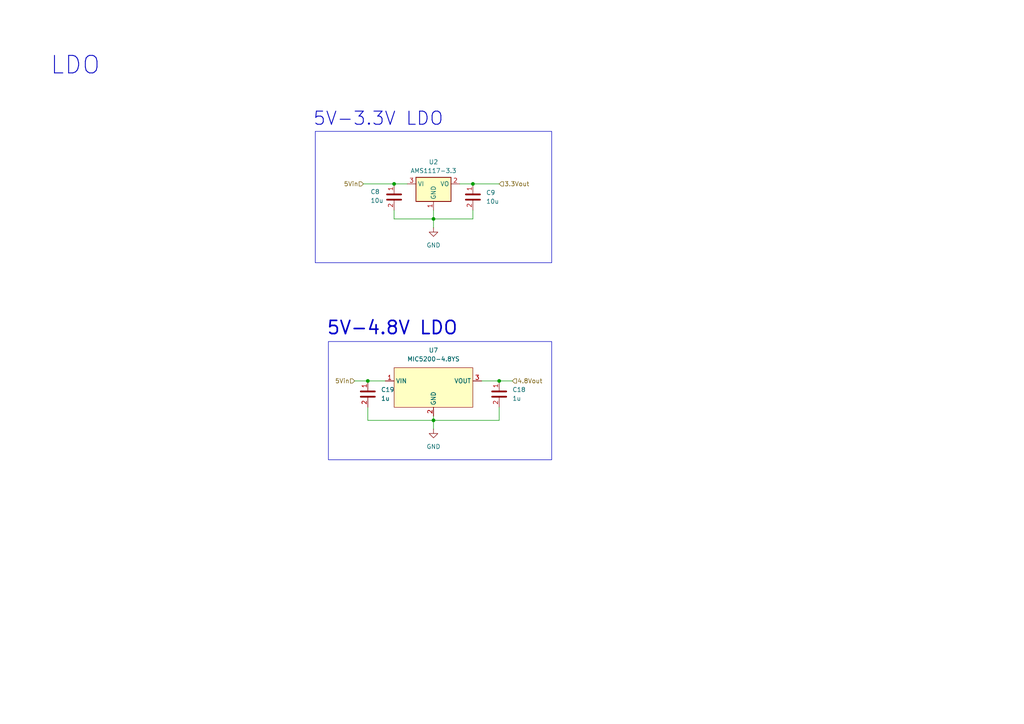
<source format=kicad_sch>
(kicad_sch (version 20250114) (generator "eeschema") (generator_version "9.0")
  (paper "A4")
  (lib_symbols
    (symbol "BFR Capacitors:CL10A105KB8NNNC"
      (property "Reference" "C" (at 0 2.54 0))
      (property "Value" "1u" (at 1.27 2.54 0))
      (symbol "CL10A105KB8NNNC_0_1"
        (polyline (pts (xy -2.032 0.762) (xy 2.032 0.762)) (stroke (width 0.508)))
        (polyline (pts (xy -2.032 -0.762) (xy 2.032 -0.762)) (stroke (width 0.508)))
      )
      (symbol "CL10A105KB8NNNC_1_1"
        (pin passive line (at 0 3.81 270) (length 2.794) (name "~") (number "1"))
        (pin passive line (at 0 -3.81 90) (length 2.794) (name "~") (number "2"))
      )
    )
    (symbol "BFR Capacitors:CL10A106KP8NNNC"
      (property "Reference" "C" (at 0 2.54 0))
      (property "Value" "10u" (at 1.27 2.54 0))
      (symbol "CL10A106KP8NNNC_0_1"
        (polyline (pts (xy -2.032 0.762) (xy 2.032 0.762)) (stroke (width 0.508)))
        (polyline (pts (xy -2.032 -0.762) (xy 2.032 -0.762)) (stroke (width 0.508)))
      )
      (symbol "CL10A106KP8NNNC_1_1"
        (pin passive line (at 0 3.81 270) (length 2.794) (name "~") (number "1"))
        (pin passive line (at 0 -3.81 90) (length 2.794) (name "~") (number "2"))
      )
    )
    (symbol "BFR Power ICs:AMS1117-3.3"
      (property "Reference" "U?" (at 0 6.35 0))
      (property "Value" "AMS1117-3.3" (at -6.35 3.81 0))
      (symbol "AMS1117-3.3_0_1"
        (rectangle (start -5.08 1.905) (end 5.08 -5.08) (stroke (width 0.254)) (fill (type background)))
      )
      (symbol "AMS1117-3.3_1_1"
        (pin power_in line (at -7.62 0 0) (length 2.54) (name "VI") (number "3"))
        (pin power_in line (at 0 -7.62 90) (length 2.54) (name "GND") (number "1"))
        (pin power_out line (at 7.62 0 180) (length 2.54) (name "VO") (number "2"))
      )
    )
    (symbol "MIC5200-LDO:MIC5200-4.8YS"
      (property "Reference" "U" (at 0 0 0))
      (property "Value" "MIC5200-4.8YS" (at 0 -2.032 0))
      (symbol "MIC5200-4.8YS_1_1"
        (rectangle (start -11.43 -3.81) (end 11.43 -15.24) (fill (type color) (color 255 255 195 1)))
        (pin input line (at -13.97 -7.62 0) (length 2.54) (name "VIN") (number "1"))
        (pin input line (at 0 -17.78 90) (length 2.54) (name "GND") (number "2"))
        (pin input line (at 13.97 -7.62 180) (length 2.54) (name "VOUT") (number "3"))
      )
    )
    (symbol "power:GND" (power) (pin_numbers (hide yes)) (pin_names (offset 0) (hide yes))
      (property "Value" "GND" (at 0 -3.81 0))
      (symbol "GND_0_1"
        (polyline (pts (xy 0 0) (xy 0 -1.27) (xy 1.27 -1.27) (xy 0 -2.54) (xy -1.27 -1.27) (xy 0 -1.27)))
      )
      (symbol "GND_1_1"
        (pin power_in line (at 0 0 270) (length 0) (name "~") (number "1"))
      )
    )
  )
  (rectangle (start 95.25 99.06) (end 160.02 133.35))
  (rectangle (start 91.44 38.1) (end 160.02 76.2))
  (text "5V-4.8V LDO\n" (at 113.792 95.25 0) (effects (font (size 3.81 3.81) (thickness 0.4763))))
  (text "LDO" (at 21.844 19.05 0) (effects (font (size 5.08 5.08) (thickness 0.254) (bold yes))))
  (text "5V-3.3V LDO\n" (at 109.728 34.544 0) (effects (font (size 3.81 3.81) (thickness 0.254) (bold yes))))
  (junction (at 125.73 63.5))
  (junction (at 144.78 110.49))
  (junction (at 137.16 53.34))
  (junction (at 114.3 53.34))
  (junction (at 125.73 121.92))
  (junction (at 106.68 110.49))
  (wire (pts (xy 144.78 118.11) (xy 144.78 121.92)))
  (wire (pts (xy 125.73 121.92) (xy 125.73 124.46)))
  (wire (pts (xy 125.73 63.5) (xy 125.73 66.04)))
  (wire (pts (xy 137.16 63.5) (xy 125.73 63.5)))
  (wire (pts (xy 144.78 110.49) (xy 148.59 110.49)))
  (wire (pts (xy 114.3 63.5) (xy 125.73 63.5)))
  (wire (pts (xy 137.16 60.96) (xy 137.16 63.5)))
  (wire (pts (xy 144.78 53.34) (xy 137.16 53.34)))
  (wire (pts (xy 144.78 121.92) (xy 125.73 121.92)))
  (wire (pts (xy 125.73 60.96) (xy 125.73 63.5)))
  (wire (pts (xy 139.7 110.49) (xy 144.78 110.49)))
  (wire (pts (xy 102.87 110.49) (xy 106.68 110.49)))
  (wire (pts (xy 114.3 53.34) (xy 118.11 53.34)))
  (wire (pts (xy 133.35 53.34) (xy 137.16 53.34)))
  (wire (pts (xy 106.68 121.92) (xy 125.73 121.92)))
  (wire (pts (xy 106.68 110.49) (xy 111.76 110.49)))
  (wire (pts (xy 105.41 53.34) (xy 114.3 53.34)))
  (wire (pts (xy 106.68 118.11) (xy 106.68 121.92)))
  (wire (pts (xy 125.73 120.65) (xy 125.73 121.92)))
  (wire (pts (xy 114.3 60.96) (xy 114.3 63.5)))
  (hierarchical_label "5Vin" (shape input) (at 102.87 110.49 180))
  (hierarchical_label "5Vin" (shape input) (at 105.41 53.34 180))
  (hierarchical_label "3.3Vout" (shape input) (at 144.78 53.34 0))
  (hierarchical_label "4.8Vout" (shape input) (at 148.59 110.49 0))
  (symbol (lib_id "BFR Power ICs:AMS1117-3.3") (at 125.73 53.34 0) (unit 1)
    (property "Reference" "U2" (at 125.73 46.99 0))
    (property "Value" "AMS1117-3.3" (at 125.73 49.53 0))
    (property "Footprint" "Package_TO_SOT_SMD:SOT-223-3_TabPin2" (effects (hide yes)))
    (property "Datasheet" "http://www.advanced-monolithic.com/pdf/ds1117.pdf" (effects (hide yes)))
    (property "Description" "3.3V 1A JLCPCB Basic SOT-223 LDO" (effects (hide yes)))
    (property "Sim.Library" "${BFRUH_DIR}\\Electronics\\spice_models\\bfr_power_ics\\AMS1117-3.3.lib" (effects (hide yes)))
    (property "Sim.Name" "LM1117_N_1P8_TRANS" (effects (hide yes)))
    (property "Sim.Device" "SUBCKT" (effects (hide yes)))
    (property "Sim.Pins" "1=GND 2=OUT 3=IN" (effects (hide yes)))
    (property "Pretty Name" "3.3V 1A SOT-223 LDO" (effects (hide yes)))
    (property "Order From" "LCSC" (effects (hide yes)))
    (property "Digikey P/N" "5272-AMS1117-3.3CT-ND" (effects (hide yes)))
    (property "Mouser P/N" "637-LDI1117-3.3H" (effects (hide yes)))
    (property "LCSC P/N" "C6186" (effects (hide yes)))
    (property "JLCPCB Basic Part" "Yes" (effects (hide yes)))
    (property "Created by" "Manual entry" (effects (hide yes)))
  )
  (symbol (lib_id "power:GND") (at 125.73 124.46 0) (unit 1)
    (property "Reference" "#PWR032" (effects (hide yes)))
    (property "Value" "GND" (at 125.73 129.54 0))
    (property "Description" "Power symbol creates a global label with name \"GND\" , ground" (effects (hide yes)))
  )
  (symbol (lib_id "BFR Capacitors:CL10A105KB8NNNC") (at 144.78 114.3 0) (unit 1)
    (property "Reference" "C18" (at 148.59 113.0299 0) (effects (justify left)))
    (property "Value" "1u" (at 148.59 115.5699 0) (effects (justify left)))
    (property "Footprint" "Capacitor_SMD:C_0603_1608Metric_Pad1.08x0.95mm_HandSolder" (effects (hide yes)))
    (property "Description" "1uF±10% X5R 50V JLCPCB Basic 0603 Capacitor" (effects (hide yes)))
    (property "Sim.Device" "SUBCKT" (effects (hide yes)))
    (property "Sim.Pins" "1=P1 2=P2" (effects (hide yes)))
    (property "Sim.Library" "${BFRUH_DIR}/Electronics/spice_models/bfr_capacitors/CL10A105KB8NNNC.lib" (effects (hide yes)))
    (property "Sim.Name" "CL10A105KB8NNNC" (effects (hide yes)))
    (property "Pretty Name" "1uF X5R 50V 0603 Capacitor" (effects (hide yes)))
    (property "Order From" "LCSC" (effects (hide yes)))
    (property "LCSC P/N" "C15849" (effects (hide yes)))
    (property "JLCPCB Basic Part" "Yes" (effects (hide yes)))
    (property "Created by" "capacitor_generator.py script using jlcbasic_additional_capacitor_spec.txt" (effects (hide yes)))
  )
  (symbol (lib_id "BFR Capacitors:CL10A106KP8NNNC") (at 114.3 57.15 0) (unit 1)
    (property "Reference" "C8" (at 107.442 55.626 0) (effects (justify left)))
    (property "Value" "10u" (at 107.442 58.166 0) (effects (justify left)))
    (property "Footprint" "Capacitor_SMD:C_0603_1608Metric_Pad1.08x0.95mm_HandSolder" (effects (hide yes)))
    (property "Description" "10uF±10% X5R 10V JLCPCB Basic 0603 Capacitor" (effects (hide yes)))
    (property "Sim.Device" "SUBCKT" (effects (hide yes)))
    (property "Sim.Pins" "1=P1 2=P2" (effects (hide yes)))
    (property "Sim.Library" "${BFRUH_DIR}/Electronics/spice_models/bfr_capacitors/CL10A106KP8NNNC.lib" (effects (hide yes)))
    (property "Sim.Name" "CL10A106KP8NNNC" (effects (hide yes)))
    (property "Pretty Name" "10uF X5R 10V 0603 Capacitor" (effects (hide yes)))
    (property "Order From" "LCSC" (effects (hide yes)))
    (property "LCSC P/N" "C19702" (effects (hide yes)))
    (property "JLCPCB Basic Part" "Yes" (effects (hide yes)))
    (property "Created by" "capacitor_generator.py script using jlcbasic_additional_capacitor_spec.txt" (effects (hide yes)))
  )
  (symbol (lib_id "BFR Capacitors:CL10A106KP8NNNC") (at 137.16 57.15 0) (unit 1)
    (property "Reference" "C9" (at 140.97 55.8799 0) (effects (justify left)))
    (property "Value" "10u" (at 140.97 58.4199 0) (effects (justify left)))
    (property "Footprint" "Capacitor_SMD:C_0603_1608Metric_Pad1.08x0.95mm_HandSolder" (effects (hide yes)))
    (property "Description" "10uF±10% X5R 10V JLCPCB Basic 0603 Capacitor" (effects (hide yes)))
    (property "Sim.Device" "SUBCKT" (effects (hide yes)))
    (property "Sim.Pins" "1=P1 2=P2" (effects (hide yes)))
    (property "Sim.Library" "${BFRUH_DIR}/Electronics/spice_models/bfr_capacitors/CL10A106KP8NNNC.lib" (effects (hide yes)))
    (property "Sim.Name" "CL10A106KP8NNNC" (effects (hide yes)))
    (property "Pretty Name" "10uF X5R 10V 0603 Capacitor" (effects (hide yes)))
    (property "Order From" "LCSC" (effects (hide yes)))
    (property "LCSC P/N" "C19702" (effects (hide yes)))
    (property "JLCPCB Basic Part" "Yes" (effects (hide yes)))
    (property "Created by" "capacitor_generator.py script using jlcbasic_additional_capacitor_spec.txt" (effects (hide yes)))
  )
  (symbol (lib_id "power:GND") (at 125.73 66.04 0) (unit 1)
    (property "Reference" "#PWR012" (effects (hide yes)))
    (property "Value" "GND" (at 125.73 71.12 0))
    (property "Description" "Power symbol creates a global label with name \"GND\" , ground" (effects (hide yes)))
  )
  (symbol (lib_id "BFR Capacitors:CL10A105KB8NNNC") (at 106.68 114.3 0) (unit 1)
    (property "Reference" "C19" (at 110.49 113.0299 0) (effects (justify left)))
    (property "Value" "1u" (at 110.49 115.5699 0) (effects (justify left)))
    (property "Footprint" "Capacitor_SMD:C_0603_1608Metric_Pad1.08x0.95mm_HandSolder" (effects (hide yes)))
    (property "Description" "1uF±10% X5R 50V JLCPCB Basic 0603 Capacitor" (effects (hide yes)))
    (property "Sim.Device" "SUBCKT" (effects (hide yes)))
    (property "Sim.Pins" "1=P1 2=P2" (effects (hide yes)))
    (property "Sim.Library" "${BFRUH_DIR}/Electronics/spice_models/bfr_capacitors/CL10A105KB8NNNC.lib" (effects (hide yes)))
    (property "Sim.Name" "CL10A105KB8NNNC" (effects (hide yes)))
    (property "Pretty Name" "1uF X5R 50V 0603 Capacitor" (effects (hide yes)))
    (property "Order From" "LCSC" (effects (hide yes)))
    (property "LCSC P/N" "C15849" (effects (hide yes)))
    (property "JLCPCB Basic Part" "Yes" (effects (hide yes)))
    (property "Created by" "capacitor_generator.py script using jlcbasic_additional_capacitor_spec.txt" (effects (hide yes)))
  )
  (symbol (lib_id "MIC5200-LDO:MIC5200-4.8YS") (at 125.73 102.87 0) (unit 1)
    (property "Reference" "U7" (at 125.73 101.6 0))
    (property "Value" "MIC5200-4.8YS" (at 125.73 104.14 0))
    (property "Datasheet" "https://www.mouser.com/datasheet/2/268/MIC5200_100mA_Low_Dropout_Regulator_DS20005578B-3442139.pdf" (effects (hide yes)))
    (property "P/N" "MIC5200-4.8YS " (effects (hide yes)))
    (property "Mouser P/N" "998-MIC5200-4.8YS " (effects (hide yes)))
  )
)
</source>
